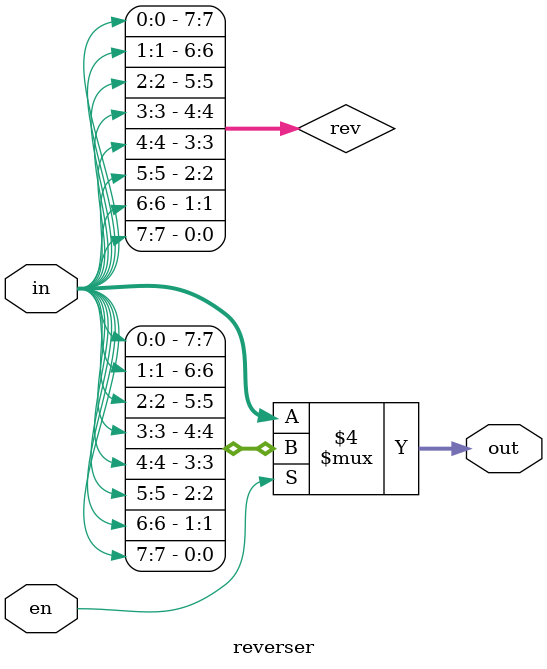
<source format=v>

module reverser
   #(
    parameter N=8
    )
    (
    input  wire[N-1:0] in,
    input  wire        en,
    output reg[N-1:0]  out
    );
    
    // signal declaration
    wire[N-1:0] rev;
    
    // body
    always @*
    begin
        if (en == 1'b1)
            out = rev;
        else
            out = in;
    end
    
    // signal routing
    genvar i;
    generate
        for (i = 0; i < N; i = i + 1) begin : reverse
            assign rev[i] = in[N-1-i];
        end
    endgenerate

endmodule
    
</source>
